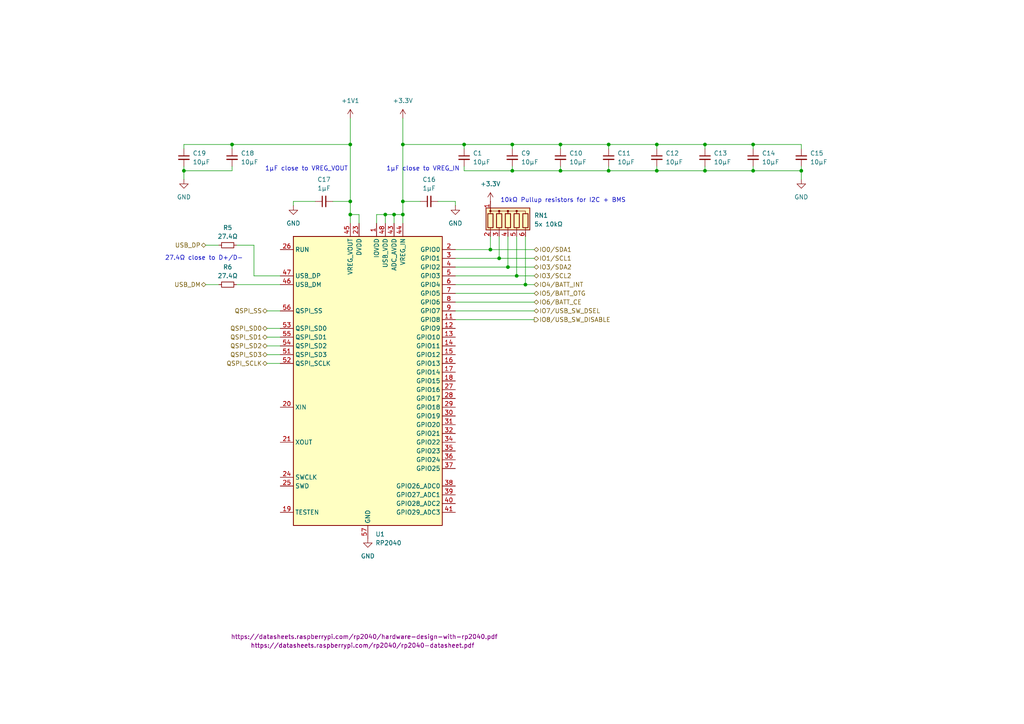
<source format=kicad_sch>
(kicad_sch (version 20231120) (generator "eeschema") (generator_version "8.0")
  (paper "A4")
  (title_block (title "RP2040 MCU") (company "Pips Engineering") (comment 1 "https://pips.engineering/") (comment 4 "https://datasheets.raspberrypi.com/rp2040/hardware-design-with-rp2040.pdf"))
  (lib_symbols
    (symbol "Device:C_Small" (pin_numbers hide) (pin_names (offset 0.254) hide)
      (property "Reference" "C" (at 0.254 1.778 0))
      (property "Value" "C_Small" (at 0.254 -2.032 0))
      (symbol "C_Small_0_1"
        (polyline (pts (xy -1.524 -0.508) (xy 1.524 -0.508)) (stroke (width 0.3302)))
        (polyline (pts (xy -1.524 0.508) (xy 1.524 0.508)) (stroke (width 0.3048)))
      )
      (symbol "C_Small_1_1"
        (pin passive line (at 0 2.54 270) (length 2.032) (name "~") (number "1"))
        (pin passive line (at 0 -2.54 90) (length 2.032) (name "~") (number "2"))
      )
    )
    (symbol "Device:R_Network05" (pin_names (offset 0) hide)
      (property "Reference" "RN" (at -7.62 0 90))
      (property "Value" "R_Network05" (at 7.62 0 90))
      (symbol "R_Network05_0_1"
        (rectangle (start -6.35 -3.175) (end 6.35 3.175) (stroke (width 0.254)) (fill (type background)))
        (rectangle (start -5.842 1.524) (end -4.318 -2.54) (stroke (width 0.254)))
        (circle (center -5.08 2.286) (radius 0.254) (fill (type outline)))
        (rectangle (start -3.302 1.524) (end -1.778 -2.54) (stroke (width 0.254)))
        (circle (center -2.54 2.286) (radius 0.254) (fill (type outline)))
        (rectangle (start -0.762 1.524) (end 0.762 -2.54) (stroke (width 0.254)))
        (polyline (pts (xy -5.08 -2.54) (xy -5.08 -3.81)))
        (polyline (pts (xy -2.54 -2.54) (xy -2.54 -3.81)))
        (polyline (pts (xy 0 -2.54) (xy 0 -3.81)))
        (polyline (pts (xy 2.54 -2.54) (xy 2.54 -3.81)))
        (polyline (pts (xy 5.08 -2.54) (xy 5.08 -3.81)))
        (polyline (pts (xy -5.08 1.524) (xy -5.08 2.286) (xy -2.54 2.286) (xy -2.54 1.524)))
        (polyline (pts (xy -2.54 1.524) (xy -2.54 2.286) (xy 0 2.286) (xy 0 1.524)))
        (polyline (pts (xy 0 1.524) (xy 0 2.286) (xy 2.54 2.286) (xy 2.54 1.524)))
        (polyline (pts (xy 2.54 1.524) (xy 2.54 2.286) (xy 5.08 2.286) (xy 5.08 1.524)))
        (circle (center 0 2.286) (radius 0.254) (fill (type outline)))
        (rectangle (start 1.778 1.524) (end 3.302 -2.54) (stroke (width 0.254)))
        (circle (center 2.54 2.286) (radius 0.254) (fill (type outline)))
        (rectangle (start 4.318 1.524) (end 5.842 -2.54) (stroke (width 0.254)))
      )
      (symbol "R_Network05_1_1"
        (pin passive line (at -5.08 5.08 270) (length 2.54) (name "common") (number "1"))
        (pin passive line (at -5.08 -5.08 90) (length 1.27) (name "R1") (number "2"))
        (pin passive line (at -2.54 -5.08 90) (length 1.27) (name "R2") (number "3"))
        (pin passive line (at 0 -5.08 90) (length 1.27) (name "R3") (number "4"))
        (pin passive line (at 2.54 -5.08 90) (length 1.27) (name "R4") (number "5"))
        (pin passive line (at 5.08 -5.08 90) (length 1.27) (name "R5") (number "6"))
      )
    )
    (symbol "Device:R_Small" (pin_numbers hide) (pin_names (offset 0.254) hide)
      (property "Reference" "R" (at 0.762 0.508 0))
      (property "Value" "R_Small" (at 0.762 -1.016 0))
      (symbol "R_Small_0_1"
        (rectangle (start -0.762 1.778) (end 0.762 -1.778) (stroke (width 0.2032)))
      )
      (symbol "R_Small_1_1"
        (pin passive line (at 0 2.54 270) (length 0.762) (name "~") (number "1"))
        (pin passive line (at 0 -2.54 90) (length 0.762) (name "~") (number "2"))
      )
    )
    (symbol "MCU_RaspberryPi:RP2040"
      (property "Reference" "U" (at 17.78 45.72 0))
      (property "Value" "RP2040" (at 17.78 43.18 0))
      (symbol "RP2040_0_1"
        (rectangle (start -21.59 41.91) (end 21.59 -41.91) (stroke (width 0.254)) (fill (type background)))
      )
      (symbol "RP2040_1_1"
        (pin power_in line (at 2.54 45.72 270) (length 3.81) (name "IOVDD") (number "1"))
        (pin passive line (at 2.54 45.72 270) (length 3.81) hide (name "IOVDD") (number "10"))
        (pin bidirectional line (at 25.4 17.78 180) (length 3.81) (name "GPIO8") (number "11"))
        (pin bidirectional line (at 25.4 15.24 180) (length 3.81) (name "GPIO9") (number "12"))
        (pin bidirectional line (at 25.4 12.7 180) (length 3.81) (name "GPIO10") (number "13"))
        (pin bidirectional line (at 25.4 10.16 180) (length 3.81) (name "GPIO11") (number "14"))
        (pin bidirectional line (at 25.4 7.62 180) (length 3.81) (name "GPIO12") (number "15"))
        (pin bidirectional line (at 25.4 5.08 180) (length 3.81) (name "GPIO13") (number "16"))
        (pin bidirectional line (at 25.4 2.54 180) (length 3.81) (name "GPIO14") (number "17"))
        (pin bidirectional line (at 25.4 0 180) (length 3.81) (name "GPIO15") (number "18"))
        (pin input line (at -25.4 -38.1 0) (length 3.81) (name "TESTEN") (number "19"))
        (pin bidirectional line (at 25.4 38.1 180) (length 3.81) (name "GPIO0") (number "2"))
        (pin input line (at -25.4 -7.62 0) (length 3.81) (name "XIN") (number "20"))
        (pin passive line (at -25.4 -17.78 0) (length 3.81) (name "XOUT") (number "21"))
        (pin passive line (at 2.54 45.72 270) (length 3.81) hide (name "IOVDD") (number "22"))
        (pin power_in line (at -2.54 45.72 270) (length 3.81) (name "DVDD") (number "23"))
        (pin input line (at -25.4 -27.94 0) (length 3.81) (name "SWCLK") (number "24"))
        (pin bidirectional line (at -25.4 -30.48 0) (length 3.81) (name "SWD") (number "25"))
        (pin input line (at -25.4 38.1 0) (length 3.81) (name "RUN") (number "26"))
        (pin bidirectional line (at 25.4 -2.54 180) (length 3.81) (name "GPIO16") (number "27"))
        (pin bidirectional line (at 25.4 -5.08 180) (length 3.81) (name "GPIO17") (number "28"))
        (pin bidirectional line (at 25.4 -7.62 180) (length 3.81) (name "GPIO18") (number "29"))
        (pin bidirectional line (at 25.4 35.56 180) (length 3.81) (name "GPIO1") (number "3"))
        (pin bidirectional line (at 25.4 -10.16 180) (length 3.81) (name "GPIO19") (number "30"))
        (pin bidirectional line (at 25.4 -12.7 180) (length 3.81) (name "GPIO20") (number "31"))
        (pin bidirectional line (at 25.4 -15.24 180) (length 3.81) (name "GPIO21") (number "32"))
        (pin passive line (at 2.54 45.72 270) (length 3.81) hide (name "IOVDD") (number "33"))
        (pin bidirectional line (at 25.4 -17.78 180) (length 3.81) (name "GPIO22") (number "34"))
        (pin bidirectional line (at 25.4 -20.32 180) (length 3.81) (name "GPIO23") (number "35"))
        (pin bidirectional line (at 25.4 -22.86 180) (length 3.81) (name "GPIO24") (number "36"))
        (pin bidirectional line (at 25.4 -25.4 180) (length 3.81) (name "GPIO25") (number "37"))
        (pin bidirectional line (at 25.4 -30.48 180) (length 3.81) (name "GPIO26_ADC0") (number "38"))
        (pin bidirectional line (at 25.4 -33.02 180) (length 3.81) (name "GPIO27_ADC1") (number "39"))
        (pin bidirectional line (at 25.4 33.02 180) (length 3.81) (name "GPIO2") (number "4"))
        (pin bidirectional line (at 25.4 -35.56 180) (length 3.81) (name "GPIO28_ADC2") (number "40"))
        (pin bidirectional line (at 25.4 -38.1 180) (length 3.81) (name "GPIO29_ADC3") (number "41"))
        (pin passive line (at 2.54 45.72 270) (length 3.81) hide (name "IOVDD") (number "42"))
        (pin power_in line (at 7.62 45.72 270) (length 3.81) (name "ADC_AVDD") (number "43"))
        (pin power_in line (at 10.16 45.72 270) (length 3.81) (name "VREG_IN") (number "44"))
        (pin power_out line (at -5.08 45.72 270) (length 3.81) (name "VREG_VOUT") (number "45"))
        (pin bidirectional line (at -25.4 27.94 0) (length 3.81) (name "USB_DM") (number "46"))
        (pin bidirectional line (at -25.4 30.48 0) (length 3.81) (name "USB_DP") (number "47"))
        (pin power_in line (at 5.08 45.72 270) (length 3.81) (name "USB_VDD") (number "48"))
        (pin passive line (at 2.54 45.72 270) (length 3.81) hide (name "IOVDD") (number "49"))
        (pin bidirectional line (at 25.4 30.48 180) (length 3.81) (name "GPIO3") (number "5"))
        (pin passive line (at -2.54 45.72 270) (length 3.81) hide (name "DVDD") (number "50"))
        (pin bidirectional line (at -25.4 7.62 0) (length 3.81) (name "QSPI_SD3") (number "51"))
        (pin output line (at -25.4 5.08 0) (length 3.81) (name "QSPI_SCLK") (number "52"))
        (pin bidirectional line (at -25.4 15.24 0) (length 3.81) (name "QSPI_SD0") (number "53"))
        (pin bidirectional line (at -25.4 10.16 0) (length 3.81) (name "QSPI_SD2") (number "54"))
        (pin bidirectional line (at -25.4 12.7 0) (length 3.81) (name "QSPI_SD1") (number "55"))
        (pin bidirectional line (at -25.4 20.32 0) (length 3.81) (name "QSPI_SS") (number "56"))
        (pin power_in line (at 0 -45.72 90) (length 3.81) (name "GND") (number "57"))
        (pin bidirectional line (at 25.4 27.94 180) (length 3.81) (name "GPIO4") (number "6"))
        (pin bidirectional line (at 25.4 25.4 180) (length 3.81) (name "GPIO5") (number "7"))
        (pin bidirectional line (at 25.4 22.86 180) (length 3.81) (name "GPIO6") (number "8"))
        (pin bidirectional line (at 25.4 20.32 180) (length 3.81) (name "GPIO7") (number "9"))
      )
    )
    (symbol "power:+1V1" (power) (pin_numbers hide) (pin_names (offset 0) hide)
      (property "Value" "+1V1" (at 0 3.556 0))
      (symbol "+1V1_0_1"
        (polyline (pts (xy -0.762 1.27) (xy 0 2.54)))
        (polyline (pts (xy 0 0) (xy 0 2.54)))
        (polyline (pts (xy 0 2.54) (xy 0.762 1.27)))
      )
      (symbol "+1V1_1_1"
        (pin power_in line (at 0 0 90) (length 0) (name "~") (number "1"))
      )
    )
    (symbol "power:+3.3V" (power) (pin_numbers hide) (pin_names (offset 0) hide)
      (property "Value" "+3.3V" (at 0 3.556 0))
      (symbol "+3.3V_0_1"
        (polyline (pts (xy -0.762 1.27) (xy 0 2.54)))
        (polyline (pts (xy 0 0) (xy 0 2.54)))
        (polyline (pts (xy 0 2.54) (xy 0.762 1.27)))
      )
      (symbol "+3.3V_1_1"
        (pin power_in line (at 0 0 90) (length 0) (name "~") (number "1"))
      )
    )
    (symbol "power:GND" (power) (pin_numbers hide) (pin_names (offset 0) hide)
      (property "Value" "GND" (at 0 -3.81 0))
      (symbol "GND_0_1"
        (polyline (pts (xy 0 0) (xy 0 -1.27) (xy 1.27 -1.27) (xy 0 -2.54) (xy -1.27 -1.27) (xy 0 -1.27)))
      )
      (symbol "GND_1_1"
        (pin power_in line (at 0 0 270) (length 0) (name "~") (number "1"))
      )
    )
  )
  (junction (at 111.76 62.23))
  (junction (at 142.24 72.39))
  (junction (at 116.84 58.42))
  (junction (at 148.59 49.53))
  (junction (at 116.84 41.91))
  (junction (at 114.3 62.23))
  (junction (at 101.6 58.42))
  (junction (at 134.62 41.91))
  (junction (at 148.59 41.91))
  (junction (at 116.84 62.23))
  (junction (at 176.53 49.53))
  (junction (at 147.32 77.47))
  (junction (at 232.41 49.53))
  (junction (at 218.44 49.53))
  (junction (at 162.56 49.53))
  (junction (at 67.31 41.91))
  (junction (at 190.5 41.91))
  (junction (at 218.44 41.91))
  (junction (at 152.4 82.55))
  (junction (at 149.86 80.01))
  (junction (at 190.5 49.53))
  (junction (at 176.53 41.91))
  (junction (at 53.34 49.53))
  (junction (at 204.47 49.53))
  (junction (at 144.78 74.93))
  (junction (at 162.56 41.91))
  (junction (at 101.6 62.23))
  (junction (at 204.47 41.91))
  (junction (at 101.6 41.91))
  (wire (pts (xy 190.5 41.91) (xy 190.5 43.18)))
  (wire (pts (xy 53.34 41.91) (xy 53.34 43.18)))
  (wire (pts (xy 132.08 82.55) (xy 152.4 82.55)))
  (wire (pts (xy 204.47 41.91) (xy 204.47 43.18)))
  (wire (pts (xy 154.94 87.63) (xy 132.08 87.63)))
  (wire (pts (xy 232.41 41.91) (xy 218.44 41.91)))
  (wire (pts (xy 132.08 59.69) (xy 132.08 58.42)))
  (wire (pts (xy 85.09 59.69) (xy 85.09 58.42)))
  (wire (pts (xy 144.78 68.58) (xy 144.78 74.93)))
  (wire (pts (xy 232.41 48.26) (xy 232.41 49.53)))
  (wire (pts (xy 204.47 49.53) (xy 218.44 49.53)))
  (wire (pts (xy 104.14 64.77) (xy 104.14 62.23)))
  (wire (pts (xy 132.08 92.71) (xy 154.94 92.71)))
  (wire (pts (xy 176.53 49.53) (xy 190.5 49.53)))
  (wire (pts (xy 134.62 41.91) (xy 148.59 41.91)))
  (wire (pts (xy 73.66 80.01) (xy 81.28 80.01)))
  (wire (pts (xy 59.69 82.55) (xy 63.5 82.55)))
  (wire (pts (xy 111.76 62.23) (xy 111.76 64.77)))
  (wire (pts (xy 152.4 82.55) (xy 154.94 82.55)))
  (wire (pts (xy 218.44 48.26) (xy 218.44 49.53)))
  (wire (pts (xy 116.84 58.42) (xy 116.84 62.23)))
  (wire (pts (xy 232.41 52.07) (xy 232.41 49.53)))
  (wire (pts (xy 147.32 77.47) (xy 154.94 77.47)))
  (wire (pts (xy 149.86 80.01) (xy 154.94 80.01)))
  (wire (pts (xy 147.32 68.58) (xy 147.32 77.47)))
  (wire (pts (xy 104.14 62.23) (xy 101.6 62.23)))
  (wire (pts (xy 149.86 68.58) (xy 149.86 80.01)))
  (wire (pts (xy 77.47 95.25) (xy 81.28 95.25)))
  (wire (pts (xy 218.44 41.91) (xy 218.44 43.18)))
  (wire (pts (xy 132.08 80.01) (xy 149.86 80.01)))
  (wire (pts (xy 73.66 71.12) (xy 73.66 80.01)))
  (wire (pts (xy 176.53 41.91) (xy 190.5 41.91)))
  (wire (pts (xy 148.59 48.26) (xy 148.59 49.53)))
  (wire (pts (xy 134.62 48.26) (xy 134.62 49.53)))
  (wire (pts (xy 109.22 62.23) (xy 109.22 64.77)))
  (wire (pts (xy 53.34 52.07) (xy 53.34 49.53)))
  (wire (pts (xy 116.84 34.29) (xy 116.84 41.91)))
  (wire (pts (xy 190.5 49.53) (xy 204.47 49.53)))
  (wire (pts (xy 53.34 49.53) (xy 67.31 49.53)))
  (wire (pts (xy 67.31 48.26) (xy 67.31 49.53)))
  (wire (pts (xy 132.08 74.93) (xy 144.78 74.93)))
  (wire (pts (xy 77.47 97.79) (xy 81.28 97.79)))
  (wire (pts (xy 101.6 34.29) (xy 101.6 41.91)))
  (wire (pts (xy 96.52 58.42) (xy 101.6 58.42)))
  (wire (pts (xy 132.08 58.42) (xy 127 58.42)))
  (wire (pts (xy 132.08 77.47) (xy 147.32 77.47)))
  (wire (pts (xy 114.3 62.23) (xy 114.3 64.77)))
  (wire (pts (xy 121.92 58.42) (xy 116.84 58.42)))
  (wire (pts (xy 232.41 49.53) (xy 218.44 49.53)))
  (wire (pts (xy 77.47 100.33) (xy 81.28 100.33)))
  (wire (pts (xy 85.09 58.42) (xy 91.44 58.42)))
  (wire (pts (xy 67.31 41.91) (xy 67.31 43.18)))
  (wire (pts (xy 77.47 90.17) (xy 81.28 90.17)))
  (wire (pts (xy 144.78 74.93) (xy 154.94 74.93)))
  (wire (pts (xy 101.6 62.23) (xy 101.6 64.77)))
  (wire (pts (xy 116.84 41.91) (xy 116.84 58.42)))
  (wire (pts (xy 134.62 49.53) (xy 148.59 49.53)))
  (wire (pts (xy 67.31 41.91) (xy 53.34 41.91)))
  (wire (pts (xy 142.24 68.58) (xy 142.24 72.39)))
  (wire (pts (xy 77.47 102.87) (xy 81.28 102.87)))
  (wire (pts (xy 101.6 58.42) (xy 101.6 62.23)))
  (wire (pts (xy 132.08 85.09) (xy 154.94 85.09)))
  (wire (pts (xy 116.84 41.91) (xy 134.62 41.91)))
  (wire (pts (xy 77.47 105.41) (xy 81.28 105.41)))
  (wire (pts (xy 134.62 41.91) (xy 134.62 43.18)))
  (wire (pts (xy 101.6 41.91) (xy 101.6 58.42)))
  (wire (pts (xy 162.56 48.26) (xy 162.56 49.53)))
  (wire (pts (xy 190.5 48.26) (xy 190.5 49.53)))
  (wire (pts (xy 176.53 41.91) (xy 176.53 43.18)))
  (wire (pts (xy 232.41 41.91) (xy 232.41 43.18)))
  (wire (pts (xy 101.6 41.91) (xy 67.31 41.91)))
  (wire (pts (xy 109.22 62.23) (xy 111.76 62.23)))
  (wire (pts (xy 132.08 72.39) (xy 142.24 72.39)))
  (wire (pts (xy 162.56 49.53) (xy 176.53 49.53)))
  (wire (pts (xy 111.76 62.23) (xy 114.3 62.23)))
  (wire (pts (xy 59.69 71.12) (xy 63.5 71.12)))
  (wire (pts (xy 154.94 90.17) (xy 132.08 90.17)))
  (wire (pts (xy 176.53 48.26) (xy 176.53 49.53)))
  (wire (pts (xy 114.3 62.23) (xy 116.84 62.23)))
  (wire (pts (xy 204.47 48.26) (xy 204.47 49.53)))
  (wire (pts (xy 68.58 71.12) (xy 73.66 71.12)))
  (wire (pts (xy 152.4 68.58) (xy 152.4 82.55)))
  (wire (pts (xy 148.59 41.91) (xy 162.56 41.91)))
  (wire (pts (xy 162.56 41.91) (xy 162.56 43.18)))
  (wire (pts (xy 204.47 41.91) (xy 218.44 41.91)))
  (wire (pts (xy 148.59 41.91) (xy 148.59 43.18)))
  (wire (pts (xy 148.59 49.53) (xy 162.56 49.53)))
  (wire (pts (xy 68.58 82.55) (xy 81.28 82.55)))
  (wire (pts (xy 162.56 41.91) (xy 176.53 41.91)))
  (wire (pts (xy 190.5 41.91) (xy 204.47 41.91)))
  (wire (pts (xy 53.34 48.26) (xy 53.34 49.53)))
  (wire (pts (xy 116.84 62.23) (xy 116.84 64.77)))
  (wire (pts (xy 142.24 72.39) (xy 154.94 72.39)))
  (text "1µF close to VREG_VOUT" (at 88.9 49.022 0) (effects (font (size 1.27 1.27))))
  (text "27.4Ω close to D+/D-" (at 59.182 74.93 0) (effects (font (size 1.27 1.27))))
  (text "10kΩ Pullup resistors for I2C + BMS" (at 163.322 58.166 0) (effects (font (size 1.27 1.27))))
  (text "1µF close to VREG_IN" (at 122.682 49.022 0) (effects (font (size 1.27 1.27))))
  (hierarchical_label "QSPI_SS" (shape bidirectional) (at 77.47 90.17 180))
  (hierarchical_label "IO1/SCL1" (shape bidirectional) (at 154.94 74.93 0))
  (hierarchical_label "QSPI_SD1" (shape bidirectional) (at 77.47 97.79 180))
  (hierarchical_label "IO6{slash}BATT_CE" (shape bidirectional) (at 154.94 87.63 0))
  (hierarchical_label "USB_DP" (shape bidirectional) (at 59.69 71.12 180))
  (hierarchical_label "QSPI_SD3" (shape bidirectional) (at 77.47 102.87 180))
  (hierarchical_label "QSPI_SD0" (shape bidirectional) (at 77.47 95.25 180))
  (hierarchical_label "IO4/BATT_INT" (shape bidirectional) (at 154.94 82.55 0))
  (hierarchical_label "IO7/USB_SW_DSEL" (shape bidirectional) (at 154.94 90.17 0))
  (hierarchical_label "QSPI_SCLK" (shape bidirectional) (at 77.47 105.41 180))
  (hierarchical_label "IO3/SCL2" (shape bidirectional) (at 154.94 80.01 0))
  (hierarchical_label "IO3/SDA2" (shape bidirectional) (at 154.94 77.47 0))
  (hierarchical_label "IO5/BATT_OTG" (shape bidirectional) (at 154.94 85.09 0))
  (hierarchical_label "QSPI_SD2" (shape bidirectional) (at 77.47 100.33 180))
  (hierarchical_label "USB_DM" (shape bidirectional) (at 59.69 82.55 180))
  (hierarchical_label "IO0{slash}SDA1" (shape bidirectional) (at 154.94 72.39 0))
  (hierarchical_label "IO8{slash}USB_SW_DISABLE" (shape output) (at 154.94 92.71 0))
  (symbol (lib_id "Device:C_Small") (at 67.31 45.72 0) (unit 1)
    (property "Reference" "C18" (at 69.85 44.45 0) (effects (justify left)))
    (property "Value" "10µF" (at 69.85 46.9962 0) (effects (justify left)))
    (property "Description" "Unpolarized capacitor, small symbol" (effects (hide yes)))
  )
  (symbol (lib_id "power:GND") (at 106.68 156.21 0) (unit 1)
    (property "Reference" "#PWR01" (effects (hide yes)))
    (property "Value" "GND" (at 106.68 161.29 0))
    (property "Description" "Power symbol creates a global label with name \"GND\" , ground" (effects (hide yes)))
  )
  (symbol (lib_id "Device:C_Small") (at 148.59 45.72 0) (unit 1)
    (property "Reference" "C9" (at 151.13 44.45 0) (effects (justify left)))
    (property "Value" "10µF" (at 151.13 46.9962 0) (effects (justify left)))
    (property "Description" "Unpolarized capacitor, small symbol" (effects (hide yes)))
  )
  (symbol (lib_id "Device:R_Network05") (at 147.32 63.5 0) (unit 1)
    (property "Reference" "RN1" (at 154.94 62.4839 0) (effects (justify left)))
    (property "Value" "5x 10kΩ" (at 154.94 65.0239 0) (effects (justify left)))
    (property "Footprint" "Resistor_THT:R_Array_SIP6" (effects (hide yes)))
    (property "Datasheet" "http://www.vishay.com/docs/31509/csc.pdf" (effects (hide yes)))
    (property "Description" "5 resistor network, star topology, bussed resistors, small symbol" (effects (hide yes)))
  )
  (symbol (lib_id "Device:C_Small") (at 176.53 45.72 0) (unit 1)
    (property "Reference" "C11" (at 179.07 44.45 0) (effects (justify left)))
    (property "Value" "10µF" (at 179.07 46.9962 0) (effects (justify left)))
    (property "Description" "Unpolarized capacitor, small symbol" (effects (hide yes)))
  )
  (symbol (lib_id "power:+1V1") (at 101.6 34.29 0) (unit 1)
    (property "Reference" "#PWR0117" (effects (hide yes)))
    (property "Value" "+1V1" (at 101.6 29.21 0))
    (property "Description" "Power symbol creates a global label with name \"+1V1\"" (effects (hide yes)))
  )
  (symbol (lib_id "power:+3.3V") (at 142.24 58.42 0) (unit 1)
    (property "Reference" "#PWR0120" (effects (hide yes)))
    (property "Value" "+3.3V" (at 142.24 53.34 0))
    (property "Description" "Power symbol creates a global label with name \"+3.3V\"" (effects (hide yes)))
  )
  (symbol (lib_id "MCU_RaspberryPi:RP2040") (at 106.68 110.49 0) (unit 1)
    (property "Reference" "U1" (at 108.8741 154.94 0) (effects (justify left)))
    (property "Value" "RP2040" (at 108.8741 157.48 0) (effects (justify left)))
    (property "Footprint" "Package_DFN_QFN:QFN-56-1EP_7x7mm_P0.4mm_EP3.2x3.2mm" (effects (hide yes)))
    (property "Datasheet" "https://datasheets.raspberrypi.com/rp2040/rp2040-datasheet.pdf" (at 105.156 187.198 0))
    (property "Description" "A microcontroller by Raspberry Pi" (effects (hide yes)))
    (property "Hardware Design Docs" "https://datasheets.raspberrypi.com/rp2040/hardware-design-with-rp2040.pdf" (at 105.664 184.658 0))
  )
  (symbol (lib_id "Device:C_Small") (at 134.62 45.72 0) (unit 1)
    (property "Reference" "C1" (at 137.16 44.45 0) (effects (justify left)))
    (property "Value" "10µF" (at 137.16 46.9962 0) (effects (justify left)))
    (property "Description" "Unpolarized capacitor, small symbol" (effects (hide yes)))
  )
  (symbol (lib_id "Device:C_Small") (at 93.98 58.42 90) (unit 1)
    (property "Reference" "C17" (at 93.9863 52.07 90))
    (property "Value" "1µF" (at 93.9863 54.61 90))
    (property "Description" "Unpolarized capacitor, small symbol" (effects (hide yes)))
  )
  (symbol (lib_id "Device:C_Small") (at 162.56 45.72 0) (unit 1)
    (property "Reference" "C10" (at 165.1 44.45 0) (effects (justify left)))
    (property "Value" "10µF" (at 165.1 46.9962 0) (effects (justify left)))
    (property "Description" "Unpolarized capacitor, small symbol" (effects (hide yes)))
  )
  (symbol (lib_id "power:GND") (at 232.41 52.07 0) (unit 1)
    (property "Reference" "#PWR0115" (effects (hide yes)))
    (property "Value" "GND" (at 232.41 57.15 0))
    (property "Description" "Power symbol creates a global label with name \"GND\" , ground" (effects (hide yes)))
  )
  (symbol (lib_id "Device:C_Small") (at 232.41 45.72 0) (unit 1)
    (property "Reference" "C15" (at 234.95 44.45 0) (effects (justify left)))
    (property "Value" "10µF" (at 234.95 46.9962 0) (effects (justify left)))
    (property "Description" "Unpolarized capacitor, small symbol" (effects (hide yes)))
  )
  (symbol (lib_id "power:GND") (at 132.08 59.69 0) (unit 1)
    (property "Reference" "#PWR0118" (effects (hide yes)))
    (property "Value" "GND" (at 132.08 64.77 0))
    (property "Description" "Power symbol creates a global label with name \"GND\" , ground" (effects (hide yes)))
  )
  (symbol (lib_id "Device:R_Small") (at 66.04 82.55 270) (mirror x) (unit 1)
    (property "Reference" "R6" (at 66.04 77.47 90))
    (property "Value" "27.4Ω" (at 66.04 80.01 90))
    (property "Description" "Resistor, small symbol" (effects (hide yes)))
  )
  (symbol (lib_id "Device:C_Small") (at 53.34 45.72 0) (unit 1)
    (property "Reference" "C19" (at 55.88 44.45 0) (effects (justify left)))
    (property "Value" "10µF" (at 55.88 46.9962 0) (effects (justify left)))
    (property "Description" "Unpolarized capacitor, small symbol" (effects (hide yes)))
  )
  (symbol (lib_id "Device:C_Small") (at 218.44 45.72 0) (unit 1)
    (property "Reference" "C14" (at 220.98 44.45 0) (effects (justify left)))
    (property "Value" "10µF" (at 220.98 46.9962 0) (effects (justify left)))
    (property "Description" "Unpolarized capacitor, small symbol" (effects (hide yes)))
  )
  (symbol (lib_id "power:GND") (at 85.09 59.69 0) (unit 1)
    (property "Reference" "#PWR0116" (effects (hide yes)))
    (property "Value" "GND" (at 85.09 64.77 0))
    (property "Description" "Power symbol creates a global label with name \"GND\" , ground" (effects (hide yes)))
  )
  (symbol (lib_id "Device:C_Small") (at 204.47 45.72 0) (unit 1)
    (property "Reference" "C13" (at 207.01 44.45 0) (effects (justify left)))
    (property "Value" "10µF" (at 207.01 46.9962 0) (effects (justify left)))
    (property "Description" "Unpolarized capacitor, small symbol" (effects (hide yes)))
  )
  (symbol (lib_id "Device:C_Small") (at 124.46 58.42 90) (unit 1)
    (property "Reference" "C16" (at 124.4663 52.07 90))
    (property "Value" "1µF" (at 124.4663 54.61 90))
    (property "Description" "Unpolarized capacitor, small symbol" (effects (hide yes)))
  )
  (symbol (lib_id "power:GND") (at 53.34 52.07 0) (unit 1)
    (property "Reference" "#PWR0119" (effects (hide yes)))
    (property "Value" "GND" (at 53.34 57.15 0))
    (property "Description" "Power symbol creates a global label with name \"GND\" , ground" (effects (hide yes)))
  )
  (symbol (lib_id "power:+3.3V") (at 116.84 34.29 0) (unit 1)
    (property "Reference" "#PWR0121" (effects (hide yes)))
    (property "Value" "+3.3V" (at 116.84 29.21 0))
    (property "Description" "Power symbol creates a global label with name \"+3.3V\"" (effects (hide yes)))
  )
  (symbol (lib_id "Device:C_Small") (at 190.5 45.72 0) (unit 1)
    (property "Reference" "C12" (at 193.04 44.45 0) (effects (justify left)))
    (property "Value" "10µF" (at 193.04 46.9962 0) (effects (justify left)))
    (property "Description" "Unpolarized capacitor, small symbol" (effects (hide yes)))
  )
  (symbol (lib_id "Device:R_Small") (at 66.04 71.12 90) (unit 1)
    (property "Reference" "R5" (at 66.04 66.04 90))
    (property "Value" "27.4Ω" (at 66.04 68.58 90))
    (property "Description" "Resistor, small symbol" (effects (hide yes)))
  )
)
</source>
